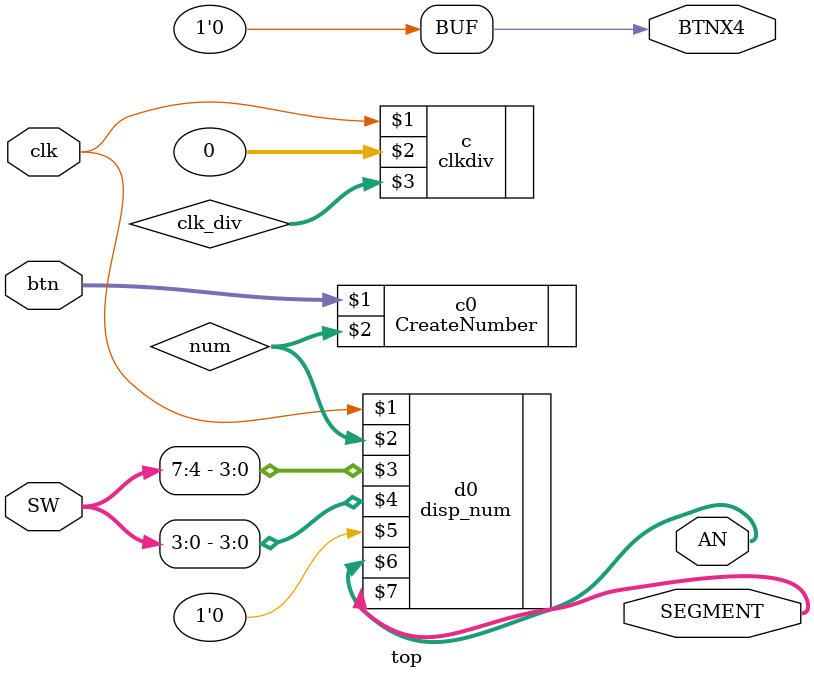
<source format=v>
`timescale 1ns / 1ps
module top(
    input wire clk,
    input wire [7:0] SW,
    input wire [3:0] btn,
    output wire [3:0] AN,
    output wire [7:0] SEGMENT,
    output wire BTNX4
    );
    wire [15:0] num;
    wire [3:0] btn_out;
    wire [31:0] clk_div;

    clkdiv c(clk,0,clk_div);

    assign BTNX4=0;
    CreateNumber c0(btn,num);
    disp_num d0(clk, num, SW[7:4], SW[3:0], 1'b0, AN, SEGMENT);


endmodule

</source>
